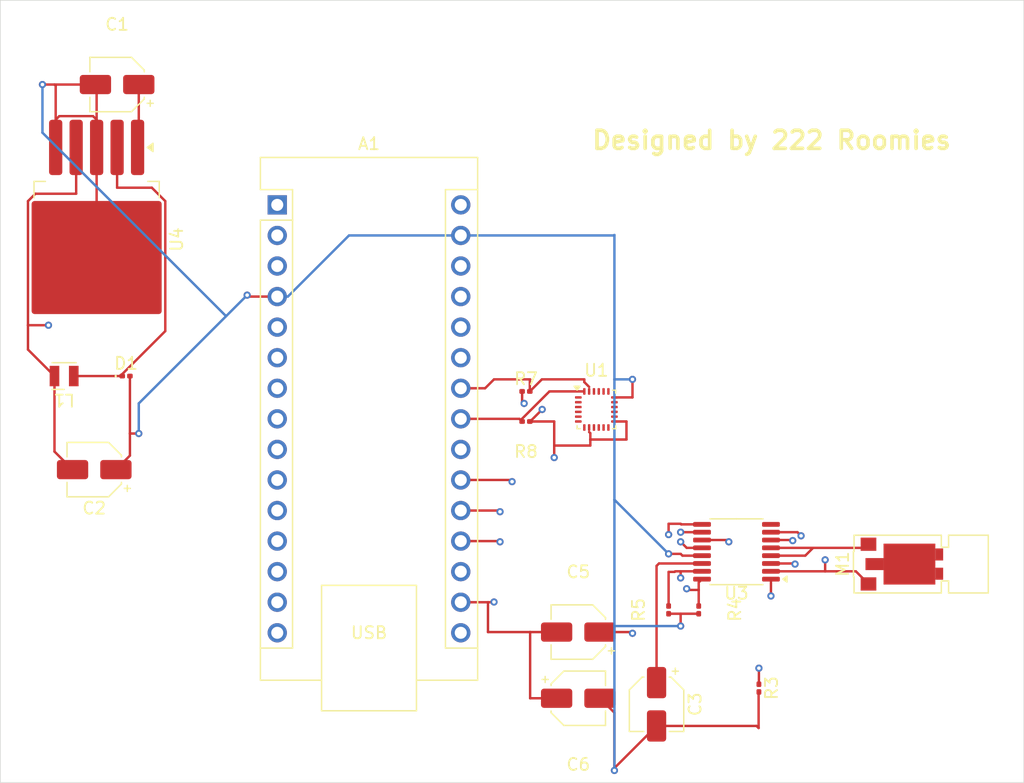
<source format=kicad_pcb>
(kicad_pcb (version 20241229) (generator "pcbnew") (generator_version "9.0")
  (layers (0 "F.Cu" signal) (4 "In1.Cu" signal) (6 "In2.Cu" signal) (2 "B.Cu" signal) (13 "F.Paste" user) (15 "B.Paste" user) (5 "F.SilkS" user "F.Silkscreen") (7 "B.SilkS" user "B.Silkscreen") (1 "F.Mask" user) (3 "B.Mask" user) (25 "Edge.Cuts" user))
  (net 0 "")
  (net 3 "Net-(A1-SCL{slash}A5)")
  (net 7 "Net-(A1-3V3)")
  (net 11 "Net-(A1-VUSB{slash}5V)")
  (net 20 "Net-(A1-A2)")
  (net 21 "Net-(A1-SDA{slash}A4)")
  (net 22 "Net-(A1-A1)")
  (net 23 "GND")
  (net 28 "Net-(A1-A0)")
  (net 30 "+28V")
  (net 31 "Net-(D1-K)")
  (net 32 "Net-(U3-VINT)")
  (net 33 "Net-(U3-VCP)")
  (net 34 "Net-(M1-+)")
  (net 35 "Net-(M1--)")
  (net 36 "Net-(U3-AISEN)")
  (footprint "Package_SO:TSSOP-16_4.4x5mm_P0.65mm" (layer "F.Cu") (at 207.6375 73.325 180)
    (property "Reference" "U3" (at 0 -3.45 0) (layer "F.SilkS"))
    (property "Value" "DRV8833PW")
    (fp_line (start 0 2.735) (end 2.2 2.735) (stroke (width 0.12)) (layer "F.SilkS"))
    (fp_line (start 0 2.735) (end -2.2 2.735) (stroke (width 0.12)) (layer "F.SilkS"))
    (fp_line (start 0 -2.735) (end 2.2 -2.735) (stroke (width 0.12)) (layer "F.SilkS"))
    (fp_line (start 0 -2.735) (end -2.2 -2.735) (stroke (width 0.12)) (layer "F.SilkS"))
    (fp_poly (pts (xy -3.86 -2.275) (xy -4.19 -2.035) (xy -4.19 -2.515)) (stroke (width 0.12)) (fill yes) (layer "F.SilkS"))
    (pad "1" smd roundrect (at -2.8625 -2.275 180) (size 1.475 0.4) (layers "F.Cu" "F.Mask" "F.Paste") (net 28 "Net-(A1-A0)"))
    (pad "2" smd roundrect (at -2.8625 -1.625 180) (size 1.475 0.4) (layers "F.Cu" "F.Mask" "F.Paste") (net 34 "Net-(M1-+)"))
    (pad "3" smd roundrect (at -2.8625 -0.975 180) (size 1.475 0.4) (layers "F.Cu" "F.Mask" "F.Paste") (net 36 "Net-(U3-AISEN)"))
    (pad "4" smd roundrect (at -2.8625 -0.325 180) (size 1.475 0.4) (layers "F.Cu" "F.Mask" "F.Paste") (net 35 "Net-(M1--)"))
    (pad "5" smd roundrect (at -2.8625 0.325 180) (size 1.475 0.4) (layers "F.Cu" "F.Mask" "F.Paste") (net 35 "Net-(M1--)"))
    (pad "6" smd roundrect (at -2.8625 0.975 180) (size 1.475 0.4) (layers "F.Cu" "F.Mask" "F.Paste") (net 36 "Net-(U3-AISEN)"))
    (pad "7" smd roundrect (at -2.8625 1.625 180) (size 1.475 0.4) (layers "F.Cu" "F.Mask" "F.Paste") (net 34 "Net-(M1-+)"))
    (pad "8" smd roundrect (at -2.8625 2.275 180) (size 1.475 0.4) (layers "F.Cu" "F.Mask" "F.Paste"))
    (pad "9" smd roundrect (at 2.8625 2.275 180) (size 1.475 0.4) (layers "F.Cu" "F.Mask" "F.Paste") (net 22 "Net-(A1-A1)"))
    (pad "10" smd roundrect (at 2.8625 1.625 180) (size 1.475 0.4) (layers "F.Cu" "F.Mask" "F.Paste") (net 20 "Net-(A1-A2)"))
    (pad "11" smd roundrect (at 2.8625 0.975 180) (size 1.475 0.4) (layers "F.Cu" "F.Mask" "F.Paste") (net 33 "Net-(U3-VCP)"))
    (pad "12" smd roundrect (at 2.8625 0.325 180) (size 1.475 0.4) (layers "F.Cu" "F.Mask" "F.Paste") (net 7 "Net-(A1-3V3)"))
    (pad "13" smd roundrect (at 2.8625 -0.325 180) (size 1.475 0.4) (layers "F.Cu" "F.Mask" "F.Paste") (net 23 "GND"))
    (pad "14" smd roundrect (at 2.8625 -0.975 180) (size 1.475 0.4) (layers "F.Cu" "F.Mask" "F.Paste") (net 32 "Net-(U3-VINT)"))
    (pad "15" smd roundrect (at 2.8625 -1.625 180) (size 1.475 0.4) (layers "F.Cu" "F.Mask" "F.Paste") (net 20 "Net-(A1-A2)"))
    (pad "16" smd roundrect (at 2.8625 -2.275 180) (size 1.475 0.4) (layers "F.Cu" "F.Mask" "F.Paste") (net 22 "Net-(A1-A1)"))
  )
  (footprint "Capacitor_SMD:CP_Elec_4x3" (layer "F.Cu") (at 194.5 85.5)
    (property "Reference" "C6" (at 0 5.5 0) (layer "F.SilkS"))
    (property "Value" "10 uF")
    (fp_line (start -3 -1.56) (end -2.5 -1.56) (stroke (width 0.12)) (layer "F.SilkS"))
    (fp_line (start -2.75 -1.81) (end -2.75 -1.31) (stroke (width 0.12)) (layer "F.SilkS"))
    (fp_line (start -2.26 -1.195563) (end -2.26 -1.06) (stroke (width 0.12)) (layer "F.SilkS"))
    (fp_line (start -2.26 -1.195563) (end -1.195563 -2.26) (stroke (width 0.12)) (layer "F.SilkS"))
    (fp_line (start -2.26 1.195563) (end -2.26 1.06) (stroke (width 0.12)) (layer "F.SilkS"))
    (fp_line (start -2.26 1.195563) (end -1.195563 2.26) (stroke (width 0.12)) (layer "F.SilkS"))
    (fp_line (start -1.195563 -2.26) (end 2.26 -2.26) (stroke (width 0.12)) (layer "F.SilkS"))
    (fp_line (start -1.195563 2.26) (end 2.26 2.26) (stroke (width 0.12)) (layer "F.SilkS"))
    (fp_line (start 2.26 -2.26) (end 2.26 -1.06) (stroke (width 0.12)) (layer "F.SilkS"))
    (fp_line (start 2.26 2.26) (end 2.26 1.06) (stroke (width 0.12)) (layer "F.SilkS"))
    (pad "1" smd roundrect (at -1.8 0) (size 2.6 1.6) (layers "F.Cu" "F.Mask" "F.Paste") (roundrect_rratio 0.15625) (net 7 "Net-(A1-3V3)"))
    (pad "2" smd roundrect (at 1.8 0) (size 2.6 1.6) (layers "F.Cu" "F.Mask" "F.Paste") (roundrect_rratio 0.15625) (net 23 "GND"))
  )
  (footprint "Sensor_Motion:InvenSense_QFN-24_3x3mm_P0.4mm" (layer "F.Cu") (at 196 61.5)
    (property "Reference" "U1" (at 0 -3.25 0) (layer "F.SilkS"))
    (property "Value" "MPU-9250")
    (fp_line (start -1.6 1.6) (end -1.6 1.35) (stroke (width 0.12)) (layer "F.SilkS"))
    (fp_line (start -1.6 1.6) (end -1.35 1.6) (stroke (width 0.12)) (layer "F.SilkS"))
    (fp_line (start 1.6 -1.6) (end 1.35 -1.6) (stroke (width 0.12)) (layer "F.SilkS"))
    (fp_line (start 1.6 -1.6) (end 1.6 -1.35) (stroke (width 0.12)) (layer "F.SilkS"))
    (fp_line (start 1.6 1.6) (end 1.35 1.6) (stroke (width 0.12)) (layer "F.SilkS"))
    (fp_line (start 1.6 1.6) (end 1.6 1.35) (stroke (width 0.12)) (layer "F.SilkS"))
    (fp_poly (pts (xy -1.6 -1.6) (xy -1.84 -1.93) (xy -1.36 -1.93) (xy -1.6 -1.6)) (stroke (width 0.12)) (fill yes) (layer "F.SilkS"))
    (pad "1" smd roundrect (at -1.5 -1) (size 0.55 0.2) (layers "F.Cu" "F.Mask" "F.Paste"))
    (pad "2" smd roundrect (at -1.5 -0.6) (size 0.55 0.2) (layers "F.Cu" "F.Mask" "F.Paste"))
    (pad "3" smd roundrect (at -1.5 -0.2) (size 0.55 0.2) (layers "F.Cu" "F.Mask" "F.Paste"))
    (pad "4" smd roundrect (at -1.5 0.2) (size 0.55 0.2) (layers "F.Cu" "F.Mask" "F.Paste"))
    (pad "5" smd roundrect (at -1.5 0.6) (size 0.55 0.2) (layers "F.Cu" "F.Mask" "F.Paste"))
    (pad "6" smd roundrect (at -1.5 1) (size 0.55 0.2) (layers "F.Cu" "F.Mask" "F.Paste"))
    (pad "7" smd roundrect (at -1 1.5 90) (size 0.55 0.2) (layers "F.Cu" "F.Mask" "F.Paste"))
    (pad "8" smd roundrect (at -0.6 1.5 90) (size 0.55 0.2) (layers "F.Cu" "F.Mask" "F.Paste") (net 7 "Net-(A1-3V3)"))
    (pad "9" smd roundrect (at -0.2 1.5 90) (size 0.55 0.2) (layers "F.Cu" "F.Mask" "F.Paste"))
    (pad "10" smd roundrect (at 0.2 1.5 90) (size 0.55 0.2) (layers "F.Cu" "F.Mask" "F.Paste"))
    (pad "11" smd roundrect (at 0.6 1.5 90) (size 0.55 0.2) (layers "F.Cu" "F.Mask" "F.Paste"))
    (pad "12" smd roundrect (at 1 1.5 90) (size 0.55 0.2) (layers "F.Cu" "F.Mask" "F.Paste"))
    (pad "13" smd roundrect (at 1.5 1) (size 0.55 0.2) (layers "F.Cu" "F.Mask" "F.Paste") (net 7 "Net-(A1-3V3)"))
    (pad "14" smd roundrect (at 1.5 0.6) (size 0.55 0.2) (layers "F.Cu" "F.Mask" "F.Paste"))
    (pad "15" smd roundrect (at 1.5 0.2) (size 0.55 0.2) (layers "F.Cu" "F.Mask" "F.Paste"))
    (pad "16" smd roundrect (at 1.5 -0.2) (size 0.55 0.2) (layers "F.Cu" "F.Mask" "F.Paste"))
    (pad "17" smd roundrect (at 1.5 -0.6) (size 0.55 0.2) (layers "F.Cu" "F.Mask" "F.Paste"))
    (pad "18" smd roundrect (at 1.5 -1) (size 0.55 0.2) (layers "F.Cu" "F.Mask" "F.Paste") (net 23 "GND"))
    (pad "19" smd roundrect (at 1 -1.5 90) (size 0.55 0.2) (layers "F.Cu" "F.Mask" "F.Paste"))
    (pad "20" smd roundrect (at 0.6 -1.5 90) (size 0.55 0.2) (layers "F.Cu" "F.Mask" "F.Paste"))
    (pad "21" smd roundrect (at 0.2 -1.5 90) (size 0.55 0.2) (layers "F.Cu" "F.Mask" "F.Paste"))
    (pad "22" smd roundrect (at -0.2 -1.5 90) (size 0.55 0.2) (layers "F.Cu" "F.Mask" "F.Paste"))
    (pad "23" smd roundrect (at -0.6 -1.5 90) (size 0.55 0.2) (layers "F.Cu" "F.Mask" "F.Paste") (net 3 "Net-(A1-SCL{slash}A5)"))
    (pad "24" smd roundrect (at -1 -1.5 90) (size 0.55 0.2) (layers "F.Cu" "F.Mask" "F.Paste") (net 21 "Net-(A1-SDA{slash}A4)"))
  )
  (footprint "Capacitor_SMD:CP_Elec_4x3" (layer "F.Cu") (at 154.3 66.5 180)
    (property "Reference" "C2" (at 0 -3.2 0) (layer "F.SilkS"))
    (property "Value" "220 uF")
    (fp_line (start 2.26 2.26) (end 2.26 1.06) (stroke (width 0.12)) (layer "F.SilkS"))
    (fp_line (start 2.26 -2.26) (end 2.26 -1.06) (stroke (width 0.12)) (layer "F.SilkS"))
    (fp_line (start -1.195563 2.26) (end 2.26 2.26) (stroke (width 0.12)) (layer "F.SilkS"))
    (fp_line (start -1.195563 -2.26) (end 2.26 -2.26) (stroke (width 0.12)) (layer "F.SilkS"))
    (fp_line (start -2.26 1.195563) (end -1.195563 2.26) (stroke (width 0.12)) (layer "F.SilkS"))
    (fp_line (start -2.26 1.195563) (end -2.26 1.06) (stroke (width 0.12)) (layer "F.SilkS"))
    (fp_line (start -2.26 -1.195563) (end -1.195563 -2.26) (stroke (width 0.12)) (layer "F.SilkS"))
    (fp_line (start -2.26 -1.195563) (end -2.26 -1.06) (stroke (width 0.12)) (layer "F.SilkS"))
    (fp_line (start -2.75 -1.81) (end -2.75 -1.31) (stroke (width 0.12)) (layer "F.SilkS"))
    (fp_line (start -3 -1.56) (end -2.5 -1.56) (stroke (width 0.12)) (layer "F.SilkS"))
    (pad "1" smd roundrect (at -1.8 0 180) (size 2.6 1.6) (layers "F.Cu" "F.Mask" "F.Paste") (roundrect_rratio 0.15625) (net 23 "GND"))
    (pad "2" smd roundrect (at 1.8 0 180) (size 2.6 1.6) (layers "F.Cu" "F.Mask" "F.Paste") (roundrect_rratio 0.15625) (net 11 "Net-(A1-VUSB{slash}5V)"))
  )
  (footprint "Diode_SMD:D_0201_0603Metric" (layer "F.Cu") (at 156.945 58.725)
    (property "Reference" "D1" (at 0 -1.05 0) (layer "F.SilkS"))
    (property "Value" "1N5820")
    (fp_circle (center -0.86 0) (end -0.81 0) (stroke (width 0.1)) (fill no) (layer "F.SilkS"))
    (pad "1" smd roundrect (at -0.32 0) (size 0.46 0.4) (layers "F.Cu" "F.Mask") (net 31 "Net-(D1-K)"))
    (pad "2" smd roundrect (at 0.32 0) (size 0.46 0.4) (layers "F.Cu" "F.Mask") (net 23 "GND"))
  )
  (footprint "Resistor_SMD:R_0201_0603Metric" (layer "F.Cu") (at 190.155 62.5)
    (property "Reference" "R8" (at 0 2.5 0) (layer "F.SilkS"))
    (property "Value" "10k")
    (pad "1" smd roundrect (at -0.32 0) (size 0.46 0.4) (layers "F.Cu" "F.Mask") (net 21 "Net-(A1-SDA{slash}A4)"))
    (pad "2" smd roundrect (at 0.32 0) (size 0.46 0.4) (layers "F.Cu" "F.Mask") (net 7 "Net-(A1-3V3)"))
  )
  (footprint "Inductor_SMD_Wurth:L_Wurth_WE-LQSH-2010" (layer "F.Cu") (at 151.8 58.725 180)
    (property "Reference" "L1" (at 0 -2 180) (layer "F.SilkS"))
    (property "Value" "33 uH")
    (fp_line (start 0 -1.11) (end 1 -1.11) (stroke (width 0.12)) (layer "F.SilkS"))
    (fp_line (start -1 1.11) (end 1 1.11) (stroke (width 0.12)) (layer "F.SilkS"))
    (pad "1" smd rect (at -0.8 0 180) (size 0.8 1.7) (layers "F.Cu" "F.Mask" "F.Paste") (net 31 "Net-(D1-K)"))
    (pad "2" smd rect (at 0.8 0 180) (size 0.8 1.7) (layers "F.Cu" "F.Mask" "F.Paste") (net 11 "Net-(A1-VUSB{slash}5V)"))
  )
  (footprint "Capacitor_SMD:CP_Elec_4x3" (layer "F.Cu") (at 156.2 34.5 180)
    (property "Reference" "C1" (at 0 5 0) (layer "F.SilkS"))
    (property "Value" "680 uF")
    (fp_line (start 2.26 2.26) (end 2.26 1.06) (stroke (width 0.12)) (layer "F.SilkS"))
    (fp_line (start 2.26 -2.26) (end 2.26 -1.06) (stroke (width 0.12)) (layer "F.SilkS"))
    (fp_line (start -1.195563 2.26) (end 2.26 2.26) (stroke (width 0.12)) (layer "F.SilkS"))
    (fp_line (start -1.195563 -2.26) (end 2.26 -2.26) (stroke (width 0.12)) (layer "F.SilkS"))
    (fp_line (start -2.26 1.195563) (end -1.195563 2.26) (stroke (width 0.12)) (layer "F.SilkS"))
    (fp_line (start -2.26 1.195563) (end -2.26 1.06) (stroke (width 0.12)) (layer "F.SilkS"))
    (fp_line (start -2.26 -1.195563) (end -1.195563 -2.26) (stroke (width 0.12)) (layer "F.SilkS"))
    (fp_line (start -2.26 -1.195563) (end -2.26 -1.06) (stroke (width 0.12)) (layer "F.SilkS"))
    (fp_line (start -2.75 -1.81) (end -2.75 -1.31) (stroke (width 0.12)) (layer "F.SilkS"))
    (fp_line (start -3 -1.56) (end -2.5 -1.56) (stroke (width 0.12)) (layer "F.SilkS"))
    (pad "1" smd roundrect (at -1.8 0 180) (size 2.6 1.6) (layers "F.Cu" "F.Mask" "F.Paste") (roundrect_rratio 0.15625) (net 30 "+28V"))
    (pad "2" smd roundrect (at 1.8 0 180) (size 2.6 1.6) (layers "F.Cu" "F.Mask" "F.Paste") (roundrect_rratio 0.15625) (net 23 "GND"))
  )
  (footprint "Capacitor_SMD:CP_Elec_4x3" (layer "F.Cu") (at 194.5 80 180)
    (property "Reference" "C5" (at 0 5 0) (layer "F.SilkS"))
    (property "Value" "0.01 uF")
    (fp_line (start 2.26 2.26) (end 2.26 1.06) (stroke (width 0.12)) (layer "F.SilkS"))
    (fp_line (start 2.26 -2.26) (end 2.26 -1.06) (stroke (width 0.12)) (layer "F.SilkS"))
    (fp_line (start -1.195563 2.26) (end 2.26 2.26) (stroke (width 0.12)) (layer "F.SilkS"))
    (fp_line (start -1.195563 -2.26) (end 2.26 -2.26) (stroke (width 0.12)) (layer "F.SilkS"))
    (fp_line (start -2.26 1.195563) (end -1.195563 2.26) (stroke (width 0.12)) (layer "F.SilkS"))
    (fp_line (start -2.26 1.195563) (end -2.26 1.06) (stroke (width 0.12)) (layer "F.SilkS"))
    (fp_line (start -2.26 -1.195563) (end -1.195563 -2.26) (stroke (width 0.12)) (layer "F.SilkS"))
    (fp_line (start -2.26 -1.195563) (end -2.26 -1.06) (stroke (width 0.12)) (layer "F.SilkS"))
    (fp_line (start -2.75 -1.81) (end -2.75 -1.31) (stroke (width 0.12)) (layer "F.SilkS"))
    (fp_line (start -3 -1.56) (end -2.5 -1.56) (stroke (width 0.12)) (layer "F.SilkS"))
    (pad "1" smd roundrect (at -1.8 0 180) (size 2.6 1.6) (layers "F.Cu" "F.Mask" "F.Paste") (roundrect_rratio 0.15625) (net 33 "Net-(U3-VCP)"))
    (pad "2" smd roundrect (at 1.8 0 180) (size 2.6 1.6) (layers "F.Cu" "F.Mask" "F.Paste") (roundrect_rratio 0.15625) (net 7 "Net-(A1-3V3)"))
  )
  (footprint "Motors:Vybronics_VZ30C1T8219732L" (layer "F.Cu") (at 222.95 74.35 90)
    (property "Reference" "M1" (at 0 -6.5 90) (layer "F.SilkS"))
    (property "Value" "Motor_DC")
    (fp_line (start 1.05 -5.6) (end 1.05 -5.55) (stroke (width 0.12)) (layer "F.SilkS"))
    (fp_line (start -1.05 -5.6) (end 1.05 -5.6) (stroke (width 0.12)) (layer "F.SilkS"))
    (fp_line (start 2.4 -5.55) (end 2.4 -5.2) (stroke (width 0.12)) (layer "F.SilkS"))
    (fp_line (start 1.05 -5.55) (end 2.4 -5.55) (stroke (width 0.12)) (layer "F.SilkS"))
    (fp_line (start -1.05 -5.55) (end -1.05 -5.6) (stroke (width 0.12)) (layer "F.SilkS"))
    (fp_line (start -2.4 -5.55) (end -1.05 -5.55) (stroke (width 0.12)) (layer "F.SilkS"))
    (fp_line (start 2.4 -5.2) (end 2.4 1.7) (stroke (width 0.12)) (layer "F.SilkS"))
    (fp_line (start -2.4 -5.2) (end -2.4 -5.55) (stroke (width 0.12)) (layer "F.SilkS"))
    (fp_line (start 2.4 1.7) (end 1.4 1.7) (stroke (width 0.12)) (layer "F.SilkS"))
    (fp_line (start 1.4 1.7) (end 1.4 2.3) (stroke (width 0.12)) (layer "F.SilkS"))
    (fp_line (start -1.4 1.7) (end -2.4 1.7) (stroke (width 0.12)) (layer "F.SilkS"))
    (fp_line (start -2.4 1.7) (end -2.4 -5.2) (stroke (width 0.12)) (layer "F.SilkS"))
    (fp_line (start 2.4 2.3) (end 2.4 5.6) (stroke (width 0.12)) (layer "F.SilkS"))
    (fp_line (start 1.4 2.3) (end 2.4 2.3) (stroke (width 0.12)) (layer "F.SilkS"))
    (fp_line (start -1.4 2.3) (end -1.4 1.7) (stroke (width 0.12)) (layer "F.SilkS"))
    (fp_line (start -2.4 2.3) (end -1.4 2.3) (stroke (width 0.12)) (layer "F.SilkS"))
    (fp_line (start 2.4 5.6) (end -2.4 5.6) (stroke (width 0.12)) (layer "F.SilkS"))
    (fp_line (start -2.4 5.6) (end -2.4 2.3) (stroke (width 0.12)) (layer "F.SilkS"))
    (pad "1" smd rect (at -1.65 -4.35) (size 1.3 1.1) (layers "F.Cu" "F.Mask" "F.Paste") (net 34 "Net-(M1-+)"))
    (pad "2" smd rect (at 1.65 -4.35) (size 1.3 1.1) (layers "F.Cu" "F.Mask" "F.Paste") (net 35 "Net-(M1--)"))
    (pad "SH" smd rect (at -0.8 1.525 90) (size 1 0.65) (layers "F.Cu" "F.Mask" "F.Paste"))
    (pad "SH" smd rect (at 0 -3.85) (size 1.5 1) (layers "F.Cu" "F.Mask" "F.Paste"))
    (pad "SH" smd rect (at 0 -0.95) (size 4.3 3.4) (layers "F.Cu" "F.Mask"))
    (pad "SH" smd rect (at 0.8 1.525 90) (size 1 0.65) (layers "F.Cu" "F.Mask" "F.Paste"))
  )
  (footprint "Resistor_SMD:R_0201_0603Metric" (layer "F.Cu") (at 190.155 60)
    (property "Reference" "R7" (at 0 -1.05 0) (layer "F.SilkS"))
    (property "Value" "10k")
    (pad "1" smd roundrect (at -0.32 0) (size 0.46 0.4) (layers "F.Cu" "F.Mask") (net 7 "Net-(A1-3V3)"))
    (pad "2" smd roundrect (at 0.32 0) (size 0.46 0.4) (layers "F.Cu" "F.Mask") (net 3 "Net-(A1-SCL{slash}A5)"))
  )
  (footprint "Resistor_SMD:R_0201_0603Metric" (layer "F.Cu") (at 209.5 84.655 -90)
    (property "Reference" "R3" (at 0 -1.05 90) (layer "F.SilkS"))
    (property "Value" "200 m")
    (pad "1" smd roundrect (at -0.32 0 270) (size 0.46 0.4) (layers "F.Cu" "F.Mask") (net 36 "Net-(U3-AISEN)"))
    (pad "2" smd roundrect (at 0.32 0 270) (size 0.46 0.4) (layers "F.Cu" "F.Mask") (net 23 "GND"))
  )
  (footprint "Module:Arduino_Nano" (layer "F.Cu") (at 169.5 44.5)
    (property "Reference" "A1" (at 7.62 -5.08 0) (layer "F.SilkS"))
    (property "Value" "Arduino_Nano_ESP32")
    (fp_line (start -1.4 -3.94) (end -1.4 -1.27) (stroke (width 0.12)) (layer "F.SilkS"))
    (fp_line (start -1.4 1.27) (end -1.4 39.5) (stroke (width 0.12)) (layer "F.SilkS"))
    (fp_line (start -1.4 39.5) (end 3.68 39.5) (stroke (width 0.12)) (layer "F.SilkS"))
    (fp_line (start 1.27 -1.27) (end -1.4 -1.27) (stroke (width 0.12)) (layer "F.SilkS"))
    (fp_line (start 1.27 1.27) (end -1.4 1.27) (stroke (width 0.12)) (layer "F.SilkS"))
    (fp_line (start 1.27 1.27) (end 1.27 -1.27) (stroke (width 0.12)) (layer "F.SilkS"))
    (fp_line (start 1.27 1.27) (end 1.27 36.83) (stroke (width 0.12)) (layer "F.SilkS"))
    (fp_line (start 1.27 36.83) (end -1.4 36.83) (stroke (width 0.12)) (layer "F.SilkS"))
    (fp_line (start 3.68 31.62) (end 11.56 31.62) (stroke (width 0.12)) (layer "F.SilkS"))
    (fp_line (start 3.68 42.04) (end 3.68 31.62) (stroke (width 0.12)) (layer "F.SilkS"))
    (fp_line (start 11.56 31.62) (end 11.56 42.04) (stroke (width 0.12)) (layer "F.SilkS"))
    (fp_line (start 11.56 42.04) (end 3.68 42.04) (stroke (width 0.12)) (layer "F.SilkS"))
    (fp_line (start 13.97 -1.27) (end 13.97 36.83) (stroke (width 0.12)) (layer "F.SilkS"))
    (fp_line (start 13.97 -1.27) (end 16.64 -1.27) (stroke (width 0.12)) (layer "F.SilkS"))
    (fp_line (start 13.97 36.83) (end 16.64 36.83) (stroke (width 0.12)) (layer "F.SilkS"))
    (fp_line (start 16.64 -3.94) (end -1.4 -3.94) (stroke (width 0.12)) (layer "F.SilkS"))
    (fp_line (start 16.64 39.5) (end 11.56 39.5) (stroke (width 0.12)) (layer "F.SilkS"))
    (fp_line (start 16.64 39.5) (end 16.64 -3.94) (stroke (width 0.12)) (layer "F.SilkS"))
    (fp_text user "USB" (at 7.62 35.56 0) (layer "F.SilkS"))
    (pad "1" thru_hole rect (at 0 0) (size 1.6 1.6) (drill 1) (layers "*.Cu" "*.Mask"))
    (pad "2" thru_hole oval (at 0 2.54) (size 1.6 1.6) (drill 1) (layers "*.Cu" "*.Mask"))
    (pad "3" thru_hole oval (at 0 5.08) (size 1.6 1.6) (drill 1) (layers "*.Cu" "*.Mask"))
    (pad "4" thru_hole oval (at 0 7.62) (size 1.6 1.6) (drill 1) (layers "*.Cu" "*.Mask") (net 23 "GND"))
    (pad "5" thru_hole oval (at 0 10.16) (size 1.6 1.6) (drill 1) (layers "*.Cu" "*.Mask"))
    (pad "6" thru_hole oval (at 0 12.7) (size 1.6 1.6) (drill 1) (layers "*.Cu" "*.Mask"))
    (pad "7" thru_hole oval (at 0 15.24) (size 1.6 1.6) (drill 1) (layers "*.Cu" "*.Mask"))
    (pad "8" thru_hole oval (at 0 17.78) (size 1.6 1.6) (drill 1) (layers "*.Cu" "*.Mask"))
    (pad "9" thru_hole oval (at 0 20.32) (size 1.6 1.6) (drill 1) (layers "*.Cu" "*.Mask"))
    (pad "10" thru_hole oval (at 0 22.86) (size 1.6 1.6) (drill 1) (layers "*.Cu" "*.Mask"))
    (pad "11" thru_hole oval (at 0 25.4) (size 1.6 1.6) (drill 1) (layers "*.Cu" "*.Mask"))
    (pad "12" thru_hole oval (at 0 27.94) (size 1.6 1.6) (drill 1) (layers "*.Cu" "*.Mask"))
    (pad "13" thru_hole oval (at 0 30.48) (size 1.6 1.6) (drill 1) (layers "*.Cu" "*.Mask"))
    (pad "14" thru_hole oval (at 0 33.02) (size 1.6 1.6) (drill 1) (layers "*.Cu" "*.Mask"))
    (pad "15" thru_hole oval (at 0 35.56) (size 1.6 1.6) (drill 1) (layers "*.Cu" "*.Mask"))
    (pad "16" thru_hole oval (at 15.24 35.56) (size 1.6 1.6) (drill 1) (layers "*.Cu" "*.Mask"))
    (pad "17" thru_hole oval (at 15.24 33.02) (size 1.6 1.6) (drill 1) (layers "*.Cu" "*.Mask") (net 7 "Net-(A1-3V3)"))
    (pad "18" thru_hole oval (at 15.24 30.48) (size 1.6 1.6) (drill 1) (layers "*.Cu" "*.Mask"))
    (pad "19" thru_hole oval (at 15.24 27.94) (size 1.6 1.6) (drill 1) (layers "*.Cu" "*.Mask") (net 28 "Net-(A1-A0)"))
    (pad "20" thru_hole oval (at 15.24 25.4) (size 1.6 1.6) (drill 1) (layers "*.Cu" "*.Mask") (net 22 "Net-(A1-A1)"))
    (pad "21" thru_hole oval (at 15.24 22.86) (size 1.6 1.6) (drill 1) (layers "*.Cu" "*.Mask") (net 20 "Net-(A1-A2)"))
    (pad "22" thru_hole oval (at 15.24 20.32) (size 1.6 1.6) (drill 1) (layers "*.Cu" "*.Mask"))
    (pad "23" thru_hole oval (at 15.24 17.78) (size 1.6 1.6) (drill 1) (layers "*.Cu" "*.Mask") (net 21 "Net-(A1-SDA{slash}A4)"))
    (pad "24" thru_hole oval (at 15.24 15.24) (size 1.6 1.6) (drill 1) (layers "*.Cu" "*.Mask") (net 3 "Net-(A1-SCL{slash}A5)"))
    (pad "25" thru_hole oval (at 15.24 12.7) (size 1.6 1.6) (drill 1) (layers "*.Cu" "*.Mask"))
    (pad "26" thru_hole oval (at 15.24 10.16) (size 1.6 1.6) (drill 1) (layers "*.Cu" "*.Mask"))
    (pad "27" thru_hole oval (at 15.24 7.62) (size 1.6 1.6) (drill 1) (layers "*.Cu" "*.Mask") (net 11 "Net-(A1-VUSB{slash}5V)"))
    (pad "28" thru_hole oval (at 15.24 5.08) (size 1.6 1.6) (drill 1) (layers "*.Cu" "*.Mask"))
    (pad "29" thru_hole oval (at 15.24 2.54) (size 1.6 1.6) (drill 1) (layers "*.Cu" "*.Mask") (net 23 "GND"))
    (pad "30" thru_hole oval (at 15.24 0) (size 1.6 1.6) (drill 1) (layers "*.Cu" "*.Mask"))
  )
  (footprint "Resistor_SMD:R_0201_0603Metric" (layer "F.Cu") (at 202 78.155 -90)
    (property "Reference" "R5" (at 0 2.5 90) (layer "F.SilkS"))
    (property "Value" "10k")
    (pad "1" smd roundrect (at -0.32 0 270) (size 0.46 0.4) (layers "F.Cu" "F.Mask") (net 20 "Net-(A1-A2)"))
    (pad "2" smd roundrect (at 0.32 0 270) (size 0.46 0.4) (layers "F.Cu" "F.Mask") (net 23 "GND"))
  )
  (footprint "Resistor_SMD:R_0201_0603Metric" (layer "F.Cu") (at 204.5 78.155 -90)
    (property "Reference" "R4" (at 0 -3 90) (layer "F.SilkS"))
    (property "Value" "10k")
    (pad "1" smd roundrect (at -0.32 0 270) (size 0.46 0.4) (layers "F.Cu" "F.Mask") (net 22 "Net-(A1-A1)"))
    (pad "2" smd roundrect (at 0.32 0 270) (size 0.46 0.4) (layers "F.Cu" "F.Mask") (net 23 "GND"))
  )
  (footprint "Package_TO_SOT_SMD:TO-263-5_TabPin3" (layer "F.Cu") (at 154.5 47.375 -90)
    (property "Reference" "U4" (at 0 -6.65 90) (layer "F.SilkS"))
    (property "Value" "LM2596S-5")
    (fp_line (start -4.825 5.2) (end -4.825 4.25) (stroke (width 0.12)) (layer "F.SilkS"))
    (fp_line (start -3.46 5.2) (end -4.825 5.2) (stroke (width 0.12)) (layer "F.SilkS"))
    (fp_line (start -4.825 -5.2) (end -4.825 -4.25) (stroke (width 0.12)) (layer "F.SilkS"))
    (fp_line (start -3.46 -5.2) (end -4.825 -5.2) (stroke (width 0.12)) (layer "F.SilkS"))
    (fp_poly (pts (xy -7.65 -4.21) (xy -7.99 -4.68) (xy -7.31 -4.68)) (stroke (width 0.12)) (fill yes) (layer "F.SilkS"))
    (pad "1" smd roundrect (at -7.65 -3.4 270) (size 4.6 1.1) (layers "F.Cu" "F.Mask" "F.Paste") (roundrect_rratio 0.227273) (net 30 "+28V"))
    (pad "2" smd roundrect (at -7.65 -1.7 270) (size 4.6 1.1) (layers "F.Cu" "F.Mask" "F.Paste") (roundrect_rratio 0.227273) (net 31 "Net-(D1-K)"))
    (pad "3" smd roundrect (at -7.65 0 270) (size 4.6 1.1) (layers "F.Cu" "F.Mask" "F.Paste") (roundrect_rratio 0.227273) (net 23 "GND"))
    (pad "3" smd roundrect (at 1.5 0 270) (size 9.4 10.8) (layers "F.Cu" "F.Mask") (roundrect_rratio 0.026596) (net 23 "GND"))
    (pad "4" smd roundrect (at -7.65 1.7 270) (size 4.6 1.1) (layers "F.Cu" "F.Mask" "F.Paste") (roundrect_rratio 0.227273) (net 11 "Net-(A1-VUSB{slash}5V)"))
    (pad "5" smd roundrect (at -7.65 3.4 270) (size 4.6 1.1) (layers "F.Cu" "F.Mask" "F.Paste") (roundrect_rratio 0.227273) (net 23 "GND"))
  )
  (footprint "Capacitor_SMD:CP_Elec_4x3" (layer "F.Cu") (at 201 86 -90)
    (property "Reference" "C3" (at 0 -3.2 90) (layer "F.SilkS"))
    (property "Value" "2.2 uF")
    (fp_line (start -1.195563 2.26) (end 2.26 2.26) (stroke (width 0.12)) (layer "F.SilkS"))
    (fp_line (start 2.26 2.26) (end 2.26 1.06) (stroke (width 0.12)) (layer "F.SilkS"))
    (fp_line (start -2.26 1.195563) (end -1.195563 2.26) (stroke (width 0.12)) (layer "F.SilkS"))
    (fp_line (start -2.26 1.195563) (end -2.26 1.06) (stroke (width 0.12)) (layer "F.SilkS"))
    (fp_line (start -2.26 -1.195563) (end -2.26 -1.06) (stroke (width 0.12)) (layer "F.SilkS"))
    (fp_line (start -2.26 -1.195563) (end -1.195563 -2.26) (stroke (width 0.12)) (layer "F.SilkS"))
    (fp_line (start -3 -1.56) (end -2.5 -1.56) (stroke (width 0.12)) (layer "F.SilkS"))
    (fp_line (start -2.75 -1.81) (end -2.75 -1.31) (stroke (width 0.12)) (layer "F.SilkS"))
    (fp_line (start -1.195563 -2.26) (end 2.26 -2.26) (stroke (width 0.12)) (layer "F.SilkS"))
    (fp_line (start 2.26 -2.26) (end 2.26 -1.06) (stroke (width 0.12)) (layer "F.SilkS"))
    (pad "1" smd roundrect (at -1.8 0 270) (size 2.6 1.6) (layers "F.Cu" "F.Mask" "F.Paste") (roundrect_rratio 0.15625) (net 32 "Net-(U3-VINT)"))
    (pad "2" smd roundrect (at 1.8 0 270) (size 2.6 1.6) (layers "F.Cu" "F.Mask" "F.Paste") (roundrect_rratio 0.15625) (net 23 "GND"))
  )
  (gr_rect (start 146.5 27.5) (end 231.5 92.5) (stroke (width 0.05)) (fill no) (layer "Edge.Cuts"))
  (gr_text "Designed by 222 Roomies " (at 195.5 40 0) (layer "F.SilkS") (effects (font (size 1.5 1.5) (thickness 0.3) (bold yes)) (justify left bottom)))
  (segment (start 187.5 59) (end 190.5 59) (width 0.2) (layer "F.Cu") (net 3))
  (segment (start 195 59.227226) (end 195.401 59.628226) (width 0.2) (layer "F.Cu") (net 3))
  (segment (start 184.74 59.74) (end 186.76 59.74) (width 0.2) (layer "F.Cu") (net 3))
  (segment (start 190.5 59) (end 190.475 59.025) (width 0.2) (layer "F.Cu") (net 3))
  (segment (start 195 59) (end 195 59.227226) (width 0.2) (layer "F.Cu") (net 3))
  (segment (start 190.475 60) (end 191.475 59) (width 0.2) (layer "F.Cu") (net 3))
  (segment (start 191.475 59) (end 195 59) (width 0.2) (layer "F.Cu") (net 3))
  (segment (start 190.475 59.025) (end 190.475 60) (width 0.2) (layer "F.Cu") (net 3))
  (segment (start 186.76 59.74) (end 187.5 59) (width 0.2) (layer "F.Cu") (net 3))
  (segment (start 190.5 62.5) (end 191.5 61.5) (width 0.2) (layer "F.Cu") (net 7))
  (segment (start 190.5 85.5) (end 192.7 85.5) (width 0.2) (layer "F.Cu") (net 7))
  (segment (start 187 77.52) (end 187 80) (width 0.2) (layer "F.Cu") (net 7))
  (segment (start 192.5 64.5) (end 195.5 64.5) (width 0.2) (layer "F.Cu") (net 7))
  (segment (start 198.5 62.5) (end 197.5 62.5) (width 0.2) (layer "F.Cu") (net 7))
  (segment (start 189.835 60) (end 189.835 60.835) (width 0.2) (layer "F.Cu") (net 7))
  (segment (start 189.835 60.835) (end 190 61) (width 0.2) (layer "F.Cu") (net 7))
  (segment (start 192.5 65.5) (end 192.5 64.5) (width 0.2) (layer "F.Cu") (net 7))
  (segment (start 190.5 80) (end 190.5 85.5) (width 0.2) (layer "F.Cu") (net 7))
  (segment (start 190.475 62.5) (end 190.5 62.5) (width 0.2) (layer "F.Cu") (net 7))
  (segment (start 184.74 77.52) (end 187 77.52) (width 0.2) (layer "F.Cu") (net 7))
  (segment (start 190.475 62.5) (end 192.5 62.5) (width 0.2) (layer "F.Cu") (net 7))
  (segment (start 203.5 73) (end 204.775 73) (width 0.2) (layer "F.Cu") (net 7))
  (segment (start 187.48 77.52) (end 187.5 77.5) (width 0.2) (layer "F.Cu") (net 7))
  (segment (start 195.5 64) (end 198.5 64) (width 0.2) (layer "F.Cu") (net 7))
  (segment (start 190.5 80) (end 192.7 80) (width 0.2) (layer "F.Cu") (net 7))
  (segment (start 195.5 63.472774) (end 195.4 63.372774) (width 0.2) (layer "F.Cu") (net 7))
  (segment (start 195.5 64.5) (end 195.5 64) (width 0.2) (layer "F.Cu") (net 7))
  (segment (start 187 77.52) (end 187.48 77.52) (width 0.2) (layer "F.Cu") (net 7))
  (segment (start 203 72.5) (end 203.5 73) (width 0.2) (layer "F.Cu") (net 7))
  (segment (start 187 80) (end 190.5 80) (width 0.2) (layer "F.Cu") (net 7))
  (segment (start 198.5 64) (end 198.5 62.5) (width 0.2) (layer "F.Cu") (net 7))
  (segment (start 192.5 62.5) (end 192.5 64.5) (width 0.2) (layer "F.Cu") (net 7))
  (segment (start 195.5 64) (end 195.5 63.472774) (width 0.2) (layer "F.Cu") (net 7))
  (via (at 187.5 77.5) (size 0.6) (drill 0.3) (layers "F.Cu" "B.Cu") (net 7))
  (via (at 192.5 65.5) (size 0.6) (drill 0.3) (layers "F.Cu" "B.Cu") (net 7))
  (via (at 203 72.5) (size 0.6) (drill 0.3) (layers "F.Cu" "B.Cu") (net 7))
  (via (at 190 61) (size 0.6) (drill 0.3) (layers "F.Cu" "B.Cu") (net 7))
  (via (at 191.5 61.5) (size 0.6) (drill 0.3) (layers "F.Cu" "B.Cu") (net 7))
  (segment (start 148.799 54.5) (end 148.799 56.524) (width 0.2) (layer "F.Cu") (net 11))
  (segment (start 151 58.725) (end 151 65) (width 0.2) (layer "F.Cu") (net 11))
  (segment (start 148.799 44.18984) (end 148.799 54.5) (width 0.2) (layer "F.Cu") (net 11))
  (segment (start 148.799 56.524) (end 151 58.725) (width 0.2) (layer "F.Cu") (net 11))
  (segment (start 148.799 54.5) (end 150.5 54.5) (width 0.2) (layer "F.Cu") (net 11))
  (segment (start 149.41484 43.574) (end 148.799 44.18984) (width 0.2) (layer "F.Cu") (net 11))
  (segment (start 152.8 43.574) (end 149.41484 43.574) (width 0.2) (layer "F.Cu") (net 11))
  (segment (start 152.8 39.725) (end 152.8 43.574) (width 0.2) (layer "F.Cu") (net 11))
  (segment (start 151 65) (end 152.5 66.5) (width 0.2) (layer "F.Cu") (net 11))
  (via (at 150.5 54.5) (size 0.6) (drill 0.3) (layers "F.Cu" "B.Cu") (net 11))
  (segment (start 202.55 74.95) (end 203 74.95) (width 0.2) (layer "F.Cu") (net 20))
  (segment (start 202 75) (end 202.5 75) (width 0.2) (layer "F.Cu") (net 20))
  (segment (start 188.86 67.36) (end 189 67.5) (width 0.2) (layer "F.Cu") (net 20))
  (segment (start 202 77.835) (end 202 75) (width 0.2) (layer "F.Cu") (net 20))
  (segment (start 204.774997 71.699997) (end 204.775 71.7) (width 0.2) (layer "F.Cu") (net 20))
  (segment (start 203 74.95) (end 203 75.5) (width 0.2) (layer "F.Cu") (net 20))
  (segment (start 202.5 75) (end 202.55 74.95) (width 0.2) (layer "F.Cu") (net 20))
  (segment (start 184.74 67.36) (end 188.86 67.36) (width 0.2) (layer "F.Cu") (net 20))
  (segment (start 203 71.699997) (end 204.774997 71.699997) (width 0.2) (layer "F.Cu") (net 20))
  (segment (start 203 74.95) (end 204.775 74.95) (width 0.2) (layer "F.Cu") (net 20))
  (via (at 203 75.5) (size 0.6) (drill 0.3) (layers "F.Cu" "B.Cu") (net 20))
  (via (at 189 67.5) (size 0.6) (drill 0.3) (layers "F.Cu" "B.Cu") (net 20))
  (via (at 203 71.699997) (size 0.6) (drill 0.3) (layers "F.Cu" "B.Cu") (net 20))
  (segment (start 192.105 60) (end 195 60) (width 0.2) (layer "F.Cu") (net 21))
  (segment (start 184.74 62.28) (end 189.615 62.28) (width 0.2) (layer "F.Cu") (net 21))
  (segment (start 189.615 62.28) (end 189.835 62.5) (width 0.2) (layer "F.Cu") (net 21))
  (segment (start 189.835 62.27) (end 192.105 60) (width 0.2) (layer "F.Cu") (net 21))
  (segment (start 189.835 62.5) (end 189.835 62.27) (width 0.2) (layer "F.Cu") (net 21))
  (segment (start 204.5 77.835) (end 204.5 76.5) (width 0.2) (layer "F.Cu") (net 22))
  (segment (start 203.6 76.5) (end 203.5 76.4) (width 0.2) (layer "F.Cu") (net 22))
  (segment (start 204.5 76.5) (end 203.6 76.5) (width 0.2) (layer "F.Cu") (net 22))
  (segment (start 202 71) (end 203 71) (width 0.2) (layer "F.Cu") (net 22))
  (segment (start 203 71) (end 203.05 71.05) (width 0.2) (layer "F.Cu") (net 22))
  (segment (start 202 71.9) (end 202 71) (width 0.2) (layer "F.Cu") (net 22))
  (segment (start 184.74 69.9) (end 187.9 69.9) (width 0.2) (layer "F.Cu") (net 22))
  (segment (start 203.05 71.05) (end 204.775 71.05) (width 0.2) (layer "F.Cu") (net 22))
  (segment (start 204.5 76.5) (end 204.5 75.875) (width 0.2) (layer "F.Cu") (net 22))
  (segment (start 187.9 69.9) (end 188 70) (width 0.2) (layer "F.Cu") (net 22))
  (segment (start 204.5 75.875) (end 204.775 75.6) (width 0.2) (layer "F.Cu") (net 22))
  (via (at 203.5 76.4) (size 0.6) (drill 0.3) (layers "F.Cu" "B.Cu") (net 22))
  (via (at 188 70) (size 0.6) (drill 0.3) (layers "F.Cu" "B.Cu") (net 22))
  (via (at 202 71.9) (size 0.6) (drill 0.3) (layers "F.Cu" "B.Cu") (net 22))
  (segment (start 157.265 58.725) (end 157.265 63.5) (width 0.2) (layer "F.Cu") (net 23))
  (segment (start 203 78.475) (end 204.5 78.475) (width 0.2) (layer "F.Cu") (net 23))
  (segment (start 167.12 52.12) (end 167 52) (width 0.2) (layer "F.Cu") (net 23))
  (segment (start 151.1 39.725) (end 151.1 34.6) (width 0.2) (layer "F.Cu") (net 23))
  (segment (start 151.1 34.6) (end 151 34.5) (width 0.2) (layer "F.Cu") (net 23))
  (segment (start 209.475 87.975) (end 209.475 85) (width 0.2) (layer "F.Cu") (net 23))
  (segment (start 203 78.475) (end 203 79.5) (width 0.2) (layer "F.Cu") (net 23))
  (segment (start 203.15 73.65) (end 204.775 73.65) (width 0.2) (layer "F.Cu") (net 23))
  (segment (start 154.5 39.725) (end 154.5 37.425) (width 0.2) (layer "F.Cu") (net 23))
  (segment (start 197.5 86.7) (end 196.3 85.5) (width 0.2) (layer "F.Cu") (net 23))
  (segment (start 157.265 65.335) (end 156.1 66.5) (width 0.2) (layer "F.Cu") (net 23))
  (segment (start 202 73.5) (end 203 73.5) (width 0.2) (layer "F.Cu") (net 23))
  (segment (start 158 63.5) (end 157.265 63.5) (width 0.2) (layer "F.Cu") (net 23))
  (segment (start 199 60.5) (end 197.5 60.5) (width 0.2) (layer "F.Cu") (net 23))
  (segment (start 154.5 34.6) (end 154.4 34.5) (width 0.2) (layer "F.Cu") (net 23))
  (segment (start 154.5 39.725) (end 154.5 34.6) (width 0.2) (layer "F.Cu") (net 23))
  (segment (start 154.199 37.124) (end 151.401 37.124) (width 0.2) (layer "F.Cu") (net 23))
  (segment (start 209.3 87.8) (end 209.475 87.975) (width 0.2) (layer "F.Cu") (net 23))
  (segment (start 169.5 52.12) (end 167.12 52.12) (width 0.2) (layer "F.Cu") (net 23))
  (segment (start 197.5 91.5) (end 197.5 86.7) (width 0.2) (layer "F.Cu") (net 23))
  (segment (start 202 78.475) (end 203 78.475) (width 0.2) (layer "F.Cu") (net 23))
  (segment (start 199 59) (end 199 60.5) (width 0.2) (layer "F.Cu") (net 23))
  (segment (start 154.4 34.5) (end 151 34.5) (width 0.2) (layer "F.Cu") (net 23))
  (segment (start 151.401 37.124) (end 151.1 37.425) (width 0.2) (layer "F.Cu") (net 23))
  (segment (start 197.5 91.3) (end 201 87.8) (width 0.2) (layer "F.Cu") (net 23))
  (segment (start 197.5 91.5) (end 197.5 91.3) (width 0.2) (layer "F.Cu") (net 23))
  (segment (start 201 87.8) (end 209.3 87.8) (width 0.2) (layer "F.Cu") (net 23))
  (segment (start 151 34.5) (end 150 34.5) (width 0.2) (layer "F.Cu") (net 23))
  (segment (start 151.1 37.425) (end 151.1 39.725) (width 0.2) (layer "F.Cu") (net 23))
  (segment (start 203 73.5) (end 203.15 73.65) (width 0.2) (layer "F.Cu") (net 23))
  (segment (start 157.265 63.5) (end 157.265 65.335) (width 0.2) (layer "F.Cu") (net 23))
  (segment (start 154.5 48.875) (end 154.5 39.725) (width 0.2) (layer "F.Cu") (net 23))
  (segment (start 154.5 37.425) (end 154.199 37.124) (width 0.2) (layer "F.Cu") (net 23))
  (via (at 150 34.5) (size 0.6) (drill 0.3) (layers "F.Cu" "B.Cu") (net 23))
  (via (at 203 79.5) (size 0.6) (drill 0.3) (layers "F.Cu" "B.Cu") (net 23))
  (via (at 167 52) (size 0.6) (drill 0.3) (layers "F.Cu" "B.Cu") (net 23))
  (via (at 202 73.5) (size 0.6) (drill 0.3) (layers "F.Cu" "B.Cu") (net 23))
  (via (at 199 59) (size 0.6) (drill 0.3) (layers "F.Cu" "B.Cu") (net 23))
  (via (at 158 63.5) (size 0.6) (drill 0.3) (layers "F.Cu" "B.Cu") (net 23))
  (via (at 197.5 91.5) (size 0.6) (drill 0.3) (layers "F.Cu" "B.Cu") (net 23))
  (segment (start 150 38.5) (end 165.25 53.75) (width 0.2) (layer "B.Cu") (net 23))
  (segment (start 197.5 79.5) (end 197.5 91.5) (width 0.2) (layer "B.Cu") (net 23))
  (segment (start 202 73.5) (end 197.5 69) (width 0.2) (layer "B.Cu") (net 23))
  (segment (start 203 79.5) (end 197.5 79.5) (width 0.2) (layer "B.Cu") (net 23))
  (segment (start 158 61) (end 158 63.5) (width 0.2) (layer "B.Cu") (net 23))
  (segment (start 197.5 69) (end 197.5 79.5) (width 0.2) (layer "B.Cu") (net 23))
  (segment (start 167 52) (end 165.25 53.75) (width 0.2) (layer "B.Cu") (net 23))
  (segment (start 170.38 52.12) (end 175.46 47.04) (width 0.2) (layer "B.Cu") (net 23))
  (segment (start 197.5 59) (end 199 59) (width 0.2) (layer "B.Cu") (net 23))
  (segment (start 169.5 52.12) (end 170.38 52.12) (width 0.2) (layer "B.Cu") (net 23))
  (segment (start 197.5 69) (end 197.5 59) (width 0.2) (layer "B.Cu") (net 23))
  (segment (start 165.25 53.75) (end 158 61) (width 0.2) (layer "B.Cu") (net 23))
  (segment (start 150 34.5) (end 150 38.5) (width 0.2) (layer "B.Cu") (net 23))
  (segment (start 197.46 47.04) (end 184.74 47.04) (width 0.2) (layer "B.Cu") (net 23))
  (segment (start 197.5 59) (end 197.5 47) (width 0.2) (layer "B.Cu") (net 23))
  (segment (start 175.46 47.04) (end 184.74 47.04) (width 0.2) (layer "B.Cu") (net 23))
  (segment (start 197.5 47) (end 197.46 47.04) (width 0.2) (layer "B.Cu") (net 23))
  (segment (start 187.94 72.44) (end 184.74 72.44) (width 0.2) (layer "F.Cu") (net 28))
  (segment (start 188 72.5) (end 187.94 72.44) (width 0.2) (layer "F.Cu") (net 28))
  (segment (start 210.5 75.6) (end 210.5 77) (width 0.2) (layer "F.Cu") (net 28))
  (via (at 188 72.5) (size 0.6) (drill 0.3) (layers "F.Cu" "B.Cu") (net 28))
  (via (at 210.5 77) (size 0.6) (drill 0.3) (layers "F.Cu" "B.Cu") (net 28))
  (segment (start 158 34.5) (end 158 39.625) (width 0.2) (layer "F.Cu") (net 30))
  (segment (start 158 39.625) (end 157.9 39.725) (width 0.2) (layer "F.Cu") (net 30))
  (segment (start 160.201 44.18984) (end 160.201 54.98913) (width 0.2) (layer "F.Cu") (net 31))
  (segment (start 156.2 39.725) (end 156.2 43.074) (width 0.2) (layer "F.Cu") (net 31))
  (segment (start 159.08516 43.074) (end 160.201 44.18984) (width 0.2) (layer "F.Cu") (net 31))
  (segment (start 156.625 58.56513) (end 156.625 58.725) (width 0.2) (layer "F.Cu") (net 31))
  (segment (start 160.201 54.98913) (end 156.625 58.56513) (width 0.2) (layer "F.Cu") (net 31))
  (segment (start 156.2 43.074) (end 159.08516 43.074) (width 0.2) (layer "F.Cu") (net 31))
  (segment (start 152.6 58.725) (end 156.625 58.725) (width 0.2) (layer "F.Cu") (net 31))
  (segment (start 201 74.5) (end 201.2 74.3) (width 0.2) (layer "F.Cu") (net 32))
  (segment (start 201 84.2) (end 201 74.5) (width 0.2) (layer "F.Cu") (net 32))
  (segment (start 201.2 74.3) (end 204.775 74.3) (width 0.2) (layer "F.Cu") (net 32))
  (segment (start 206.85 72.35) (end 204.775 72.35) (width 0.2) (layer "F.Cu") (net 33))
  (segment (start 198.9 80) (end 199 80.1) (width 0.2) (layer "F.Cu") (net 33))
  (segment (start 196.3 80) (end 198.9 80) (width 0.2) (layer "F.Cu") (net 33))
  (segment (start 207 72.5) (end 206.85 72.35) (width 0.2) (layer "F.Cu") (net 33))
  (via (at 199 80.1) (size 0.6) (drill 0.3) (layers "F.Cu" "B.Cu") (net 33))
  (via (at 207 72.5) (size 0.6) (drill 0.3) (layers "F.Cu" "B.Cu") (net 33))
  (segment (start 217.55 74.95) (end 218.6 76) (width 0.2) (layer "F.Cu") (net 34))
  (segment (start 215 74.95) (end 217.55 74.95) (width 0.2) (layer "F.Cu") (net 34))
  (segment (start 212.7 71.7) (end 213 72) (width 0.2) (layer "F.Cu") (net 34))
  (segment (start 210.5 71.7) (end 212.7 71.7) (width 0.2) (layer "F.Cu") (net 34))
  (segment (start 215 74.95) (end 215 74) (width 0.2) (layer "F.Cu") (net 34))
  (segment (start 210.5 74.95) (end 215 74.95) (width 0.2) (layer "F.Cu") (net 34))
  (via (at 213 72) (size 0.6) (drill 0.3) (layers "F.Cu" "B.Cu") (net 34))
  (via (at 215 74) (size 0.6) (drill 0.3) (layers "F.Cu" "B.Cu") (net 34))
  (segment (start 210.5 73) (end 214 73) (width 0.2) (layer "F.Cu") (net 35))
  (segment (start 213.35 73.65) (end 214 73) (width 0.2) (layer "F.Cu") (net 35))
  (segment (start 210.5 73.65) (end 213.35 73.65) (width 0.2) (layer "F.Cu") (net 35))
  (segment (start 218.3 73) (end 218.6 72.7) (width 0.2) (layer "F.Cu") (net 35))
  (segment (start 214 73) (end 218.3 73) (width 0.2) (layer "F.Cu") (net 35))
  (segment (start 212.257179 72.35) (end 212.307179 72.4) (width 0.2) (layer "F.Cu") (net 36))
  (segment (start 210.5 72.35) (end 212.257179 72.35) (width 0.2) (layer "F.Cu") (net 36))
  (segment (start 210.5 74.3) (end 212.45 74.3) (width 0.2) (layer "F.Cu") (net 36))
  (segment (start 209.5 84.335) (end 209.5 83) (width 0.2) (layer "F.Cu") (net 36))
  (segment (start 212.45 74.3) (end 212.5 74.35) (width 0.2) (layer "F.Cu") (net 36))
  (via (at 212.5 74.35) (size 0.6) (drill 0.3) (layers "F.Cu" "B.Cu") (net 36))
  (via (at 212.307179 72.4) (size 0.6) (drill 0.3) (layers "F.Cu" "B.Cu") (net 36))
  (via (at 209.5 83) (size 0.6) (drill 0.3) (layers "F.Cu" "B.Cu") (net 36))
)
</source>
